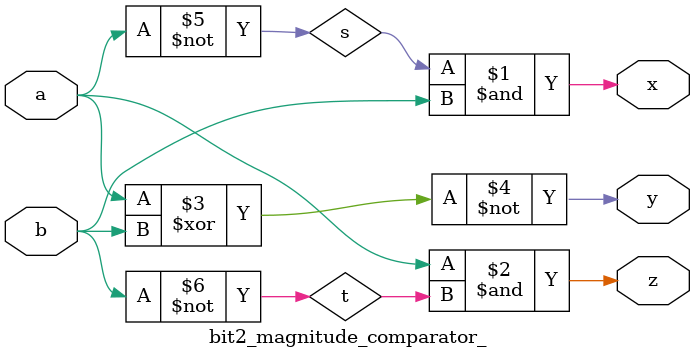
<source format=sv>
module bit2_magnitude_comparator_(x,y,z,a,b);
  input a,b;
  output x,y,z;
  wire s,t;
  not n1(s,a);
  not n2(t,b);
  and x1(x,s,b);
  and x2(z,a,t);
  xnor x3(y,a,b);
  
endmodule 

</source>
